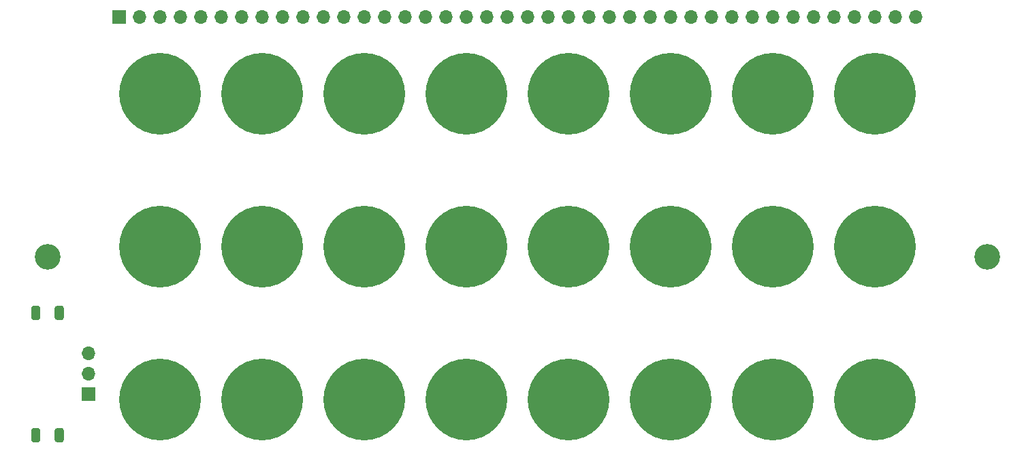
<source format=gbr>
G04 #@! TF.GenerationSoftware,KiCad,Pcbnew,5.1.8+dfsg1-1+b1*
G04 #@! TF.CreationDate,2021-05-11T12:49:47-05:00*
G04 #@! TF.ProjectId,front-panel,66726f6e-742d-4706-916e-656c2e6b6963,A*
G04 #@! TF.SameCoordinates,Original*
G04 #@! TF.FileFunction,Soldermask,Bot*
G04 #@! TF.FilePolarity,Negative*
%FSLAX46Y46*%
G04 Gerber Fmt 4.6, Leading zero omitted, Abs format (unit mm)*
G04 Created by KiCad (PCBNEW 5.1.8+dfsg1-1+b1) date 2021-05-11 12:49:47*
%MOMM*%
%LPD*%
G01*
G04 APERTURE LIST*
%ADD10O,1.700000X1.700000*%
%ADD11R,1.700000X1.700000*%
%ADD12C,10.160000*%
%ADD13C,3.200000*%
G04 APERTURE END LIST*
D10*
X60960000Y-118110000D03*
X60960000Y-120650000D03*
D11*
X60960000Y-123190000D03*
G36*
G01*
X54980000Y-127644998D02*
X54980000Y-128895002D01*
G75*
G02*
X54730002Y-129145000I-249998J0D01*
G01*
X54104998Y-129145000D01*
G75*
G02*
X53855000Y-128895002I0J249998D01*
G01*
X53855000Y-127644998D01*
G75*
G02*
X54104998Y-127395000I249998J0D01*
G01*
X54730002Y-127395000D01*
G75*
G02*
X54980000Y-127644998I0J-249998D01*
G01*
G37*
G36*
G01*
X57905000Y-127644998D02*
X57905000Y-128895002D01*
G75*
G02*
X57655002Y-129145000I-249998J0D01*
G01*
X57029998Y-129145000D01*
G75*
G02*
X56780000Y-128895002I0J249998D01*
G01*
X56780000Y-127644998D01*
G75*
G02*
X57029998Y-127395000I249998J0D01*
G01*
X57655002Y-127395000D01*
G75*
G02*
X57905000Y-127644998I0J-249998D01*
G01*
G37*
G36*
G01*
X54980000Y-112404998D02*
X54980000Y-113655002D01*
G75*
G02*
X54730002Y-113905000I-249998J0D01*
G01*
X54104998Y-113905000D01*
G75*
G02*
X53855000Y-113655002I0J249998D01*
G01*
X53855000Y-112404998D01*
G75*
G02*
X54104998Y-112155000I249998J0D01*
G01*
X54730002Y-112155000D01*
G75*
G02*
X54980000Y-112404998I0J-249998D01*
G01*
G37*
G36*
G01*
X57905000Y-112404998D02*
X57905000Y-113655002D01*
G75*
G02*
X57655002Y-113905000I-249998J0D01*
G01*
X57029998Y-113905000D01*
G75*
G02*
X56780000Y-113655002I0J249998D01*
G01*
X56780000Y-112404998D01*
G75*
G02*
X57029998Y-112155000I249998J0D01*
G01*
X57655002Y-112155000D01*
G75*
G02*
X57905000Y-112404998I0J-249998D01*
G01*
G37*
D12*
X158750000Y-123825000D03*
X146050000Y-123825000D03*
X133350000Y-123825000D03*
X120650000Y-123825000D03*
X107950000Y-123825000D03*
X95250000Y-123825000D03*
X82550000Y-123825000D03*
X69850000Y-123825000D03*
D13*
X172720000Y-106045000D03*
X55880000Y-106045000D03*
D12*
X133350000Y-104775000D03*
X158750000Y-85725000D03*
X133350000Y-85725000D03*
X107950000Y-85725000D03*
X82550000Y-85725000D03*
X146050000Y-85725000D03*
X120650000Y-85725000D03*
X95250000Y-85725000D03*
X69850000Y-85725000D03*
X158750000Y-104775000D03*
X107950000Y-104775000D03*
X82550000Y-104775000D03*
X146050000Y-104775000D03*
X120650000Y-104775000D03*
X95250000Y-104775000D03*
X69850000Y-104775000D03*
D10*
X163830000Y-76200000D03*
X161290000Y-76200000D03*
X158750000Y-76200000D03*
X156210000Y-76200000D03*
X153670000Y-76200000D03*
X151130000Y-76200000D03*
X148590000Y-76200000D03*
X146050000Y-76200000D03*
X143510000Y-76200000D03*
X140970000Y-76200000D03*
X138430000Y-76200000D03*
X135890000Y-76200000D03*
X133350000Y-76200000D03*
X130810000Y-76200000D03*
X128270000Y-76200000D03*
X125730000Y-76200000D03*
X123190000Y-76200000D03*
X120650000Y-76200000D03*
X118110000Y-76200000D03*
X115570000Y-76200000D03*
X113030000Y-76200000D03*
X110490000Y-76200000D03*
X107950000Y-76200000D03*
X105410000Y-76200000D03*
X102870000Y-76200000D03*
X100330000Y-76200000D03*
X97790000Y-76200000D03*
X95250000Y-76200000D03*
X92710000Y-76200000D03*
X90170000Y-76200000D03*
X87630000Y-76200000D03*
X85090000Y-76200000D03*
X82550000Y-76200000D03*
X80010000Y-76200000D03*
X77470000Y-76200000D03*
X74930000Y-76200000D03*
X72390000Y-76200000D03*
X69850000Y-76200000D03*
X67310000Y-76200000D03*
D11*
X64770000Y-76200000D03*
M02*

</source>
